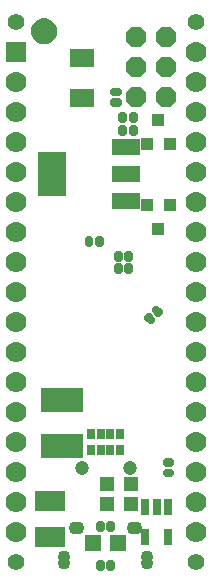
<source format=gbr>
G04 EAGLE Gerber RS-274X export*
G75*
%MOMM*%
%FSLAX34Y34*%
%LPD*%
%INSoldermask Bottom*%
%IPPOS*%
%AMOC8*
5,1,8,0,0,1.08239X$1,22.5*%
G01*
%ADD10C,1.403200*%
%ADD11C,0.661416*%
%ADD12C,1.103200*%
%ADD13P,1.897646X8X112.500000*%
%ADD14C,1.200000*%
%ADD15C,1.219200*%
%ADD16R,0.703200X0.853200*%
%ADD17R,1.203200X1.203200*%
%ADD18R,2.438400X1.422400*%
%ADD19R,2.403200X3.803200*%
%ADD20R,0.753200X1.403200*%
%ADD21R,1.403200X1.403200*%
%ADD22R,0.990600X1.092200*%
%ADD23R,2.003200X1.603200*%
%ADD24R,3.603200X2.103200*%
%ADD25R,2.603200X1.803200*%
%ADD26R,1.778000X1.778000*%
%ADD27C,1.778000*%
%ADD28C,1.203200*%


D10*
X12700Y12700D03*
X165100Y12700D03*
X12700Y469900D03*
X165100Y469900D03*
D11*
X140721Y97404D02*
X140721Y96906D01*
X140721Y97404D02*
X143759Y97404D01*
X143759Y96906D01*
X140721Y96906D01*
X140721Y88514D02*
X140721Y88016D01*
X140721Y88514D02*
X143759Y88514D01*
X143759Y88016D01*
X140721Y88016D01*
X96271Y410596D02*
X96271Y411094D01*
X99309Y411094D01*
X99309Y410596D01*
X96271Y410596D01*
X96271Y402204D02*
X96271Y401706D01*
X96271Y402204D02*
X99309Y402204D01*
X99309Y401706D01*
X96271Y401706D01*
X93594Y11679D02*
X93096Y11679D01*
X93594Y11679D02*
X93594Y8641D01*
X93096Y8641D01*
X93096Y11679D01*
X84704Y11679D02*
X84206Y11679D01*
X84704Y11679D02*
X84704Y8641D01*
X84206Y8641D01*
X84206Y11679D01*
X108336Y273299D02*
X108834Y273299D01*
X108834Y270261D01*
X108336Y270261D01*
X108336Y273299D01*
X99944Y273299D02*
X99446Y273299D01*
X99944Y273299D02*
X99944Y270261D01*
X99446Y270261D01*
X99446Y273299D01*
D12*
X53848Y17018D03*
X53848Y11938D03*
X123952Y17018D03*
X123952Y11938D03*
X62738Y41402D03*
X65278Y41402D03*
X112522Y41402D03*
X115062Y41402D03*
D13*
X139700Y406400D03*
X114300Y406400D03*
X139700Y431800D03*
X114300Y431800D03*
X139700Y457200D03*
X114300Y457200D03*
D14*
X31830Y462280D02*
X31832Y462421D01*
X31838Y462562D01*
X31848Y462702D01*
X31862Y462842D01*
X31880Y462982D01*
X31901Y463121D01*
X31927Y463260D01*
X31956Y463398D01*
X31990Y463534D01*
X32027Y463670D01*
X32068Y463805D01*
X32113Y463939D01*
X32162Y464071D01*
X32214Y464202D01*
X32270Y464331D01*
X32330Y464458D01*
X32393Y464584D01*
X32459Y464708D01*
X32530Y464831D01*
X32603Y464951D01*
X32680Y465069D01*
X32760Y465185D01*
X32844Y465298D01*
X32930Y465409D01*
X33020Y465518D01*
X33113Y465624D01*
X33208Y465727D01*
X33307Y465828D01*
X33408Y465926D01*
X33512Y466021D01*
X33619Y466113D01*
X33728Y466202D01*
X33840Y466287D01*
X33954Y466370D01*
X34070Y466450D01*
X34189Y466526D01*
X34310Y466598D01*
X34432Y466668D01*
X34557Y466733D01*
X34683Y466796D01*
X34811Y466854D01*
X34941Y466909D01*
X35072Y466961D01*
X35205Y467008D01*
X35339Y467052D01*
X35474Y467093D01*
X35610Y467129D01*
X35747Y467161D01*
X35885Y467190D01*
X36023Y467215D01*
X36163Y467235D01*
X36303Y467252D01*
X36443Y467265D01*
X36584Y467274D01*
X36724Y467279D01*
X36865Y467280D01*
X37006Y467277D01*
X37147Y467270D01*
X37287Y467259D01*
X37427Y467244D01*
X37567Y467225D01*
X37706Y467203D01*
X37844Y467176D01*
X37982Y467146D01*
X38118Y467111D01*
X38254Y467073D01*
X38388Y467031D01*
X38522Y466985D01*
X38654Y466936D01*
X38784Y466882D01*
X38913Y466825D01*
X39040Y466765D01*
X39166Y466701D01*
X39289Y466633D01*
X39411Y466562D01*
X39531Y466488D01*
X39648Y466410D01*
X39763Y466329D01*
X39876Y466245D01*
X39987Y466158D01*
X40095Y466067D01*
X40200Y465974D01*
X40303Y465877D01*
X40403Y465778D01*
X40500Y465676D01*
X40594Y465571D01*
X40685Y465464D01*
X40773Y465354D01*
X40858Y465242D01*
X40940Y465127D01*
X41019Y465010D01*
X41094Y464891D01*
X41166Y464770D01*
X41234Y464647D01*
X41299Y464522D01*
X41361Y464395D01*
X41418Y464266D01*
X41473Y464136D01*
X41523Y464005D01*
X41570Y463872D01*
X41613Y463738D01*
X41652Y463602D01*
X41687Y463466D01*
X41719Y463329D01*
X41746Y463191D01*
X41770Y463052D01*
X41790Y462912D01*
X41806Y462772D01*
X41818Y462632D01*
X41826Y462491D01*
X41830Y462350D01*
X41830Y462210D01*
X41826Y462069D01*
X41818Y461928D01*
X41806Y461788D01*
X41790Y461648D01*
X41770Y461508D01*
X41746Y461369D01*
X41719Y461231D01*
X41687Y461094D01*
X41652Y460958D01*
X41613Y460822D01*
X41570Y460688D01*
X41523Y460555D01*
X41473Y460424D01*
X41418Y460294D01*
X41361Y460165D01*
X41299Y460038D01*
X41234Y459913D01*
X41166Y459790D01*
X41094Y459669D01*
X41019Y459550D01*
X40940Y459433D01*
X40858Y459318D01*
X40773Y459206D01*
X40685Y459096D01*
X40594Y458989D01*
X40500Y458884D01*
X40403Y458782D01*
X40303Y458683D01*
X40200Y458586D01*
X40095Y458493D01*
X39987Y458402D01*
X39876Y458315D01*
X39763Y458231D01*
X39648Y458150D01*
X39531Y458072D01*
X39411Y457998D01*
X39289Y457927D01*
X39166Y457859D01*
X39040Y457795D01*
X38913Y457735D01*
X38784Y457678D01*
X38654Y457624D01*
X38522Y457575D01*
X38388Y457529D01*
X38254Y457487D01*
X38118Y457449D01*
X37982Y457414D01*
X37844Y457384D01*
X37706Y457357D01*
X37567Y457335D01*
X37427Y457316D01*
X37287Y457301D01*
X37147Y457290D01*
X37006Y457283D01*
X36865Y457280D01*
X36724Y457281D01*
X36584Y457286D01*
X36443Y457295D01*
X36303Y457308D01*
X36163Y457325D01*
X36023Y457345D01*
X35885Y457370D01*
X35747Y457399D01*
X35610Y457431D01*
X35474Y457467D01*
X35339Y457508D01*
X35205Y457552D01*
X35072Y457599D01*
X34941Y457651D01*
X34811Y457706D01*
X34683Y457764D01*
X34557Y457827D01*
X34432Y457892D01*
X34310Y457962D01*
X34189Y458034D01*
X34070Y458110D01*
X33954Y458190D01*
X33840Y458273D01*
X33728Y458358D01*
X33619Y458447D01*
X33512Y458539D01*
X33408Y458634D01*
X33307Y458732D01*
X33208Y458833D01*
X33113Y458936D01*
X33020Y459042D01*
X32930Y459151D01*
X32844Y459262D01*
X32760Y459375D01*
X32680Y459491D01*
X32603Y459609D01*
X32530Y459729D01*
X32459Y459852D01*
X32393Y459976D01*
X32330Y460102D01*
X32270Y460229D01*
X32214Y460358D01*
X32162Y460489D01*
X32113Y460621D01*
X32068Y460755D01*
X32027Y460890D01*
X31990Y461026D01*
X31956Y461162D01*
X31927Y461300D01*
X31901Y461439D01*
X31880Y461578D01*
X31862Y461718D01*
X31848Y461858D01*
X31838Y461998D01*
X31832Y462139D01*
X31830Y462280D01*
D15*
X36830Y462280D03*
D16*
X76900Y121050D03*
X84900Y121050D03*
X92900Y121050D03*
X100900Y121050D03*
X100900Y107550D03*
X92900Y107550D03*
X84900Y107550D03*
X76900Y107550D03*
D17*
X90330Y78740D03*
X110330Y78740D03*
X90330Y62230D03*
X110330Y62230D03*
D18*
X105918Y364744D03*
X105918Y341630D03*
X105918Y318516D03*
D19*
X43940Y341630D03*
D11*
X112146Y379979D02*
X112644Y379979D01*
X112644Y376941D01*
X112146Y376941D01*
X112146Y379979D01*
X103754Y379979D02*
X103256Y379979D01*
X103754Y379979D02*
X103754Y376941D01*
X103256Y376941D01*
X103256Y379979D01*
X75179Y282961D02*
X74681Y282961D01*
X74681Y285999D01*
X75179Y285999D01*
X75179Y282961D01*
X83571Y282961D02*
X84069Y282961D01*
X83571Y282961D02*
X83571Y285999D01*
X84069Y285999D01*
X84069Y282961D01*
X131785Y226643D02*
X131433Y226291D01*
X131785Y226643D02*
X133933Y224495D01*
X133581Y224143D01*
X131433Y226291D01*
X125499Y220357D02*
X125147Y220005D01*
X125499Y220357D02*
X127647Y218209D01*
X127295Y217857D01*
X125147Y220005D01*
D20*
X122580Y59990D03*
X132080Y59990D03*
X141580Y59990D03*
X141580Y33990D03*
X122580Y33990D03*
D21*
X78400Y29210D03*
X99400Y29210D03*
D22*
X124079Y314960D03*
X143383Y314960D03*
X133731Y294640D03*
D11*
X93594Y44699D02*
X93096Y44699D01*
X93594Y44699D02*
X93594Y41661D01*
X93096Y41661D01*
X93096Y44699D01*
X84704Y44699D02*
X84206Y44699D01*
X84704Y44699D02*
X84704Y41661D01*
X84206Y41661D01*
X84206Y44699D01*
D23*
X68580Y405910D03*
X68580Y439910D03*
D11*
X103256Y387863D02*
X103754Y387863D01*
X103256Y387863D02*
X103256Y390901D01*
X103754Y390901D01*
X103754Y387863D01*
X112146Y387863D02*
X112644Y387863D01*
X112146Y387863D02*
X112146Y390901D01*
X112644Y390901D01*
X112644Y387863D01*
D24*
X52070Y111310D03*
X52070Y150310D03*
D25*
X41910Y64530D03*
X41910Y34530D03*
D26*
X12700Y444500D03*
D27*
X12700Y419100D03*
X12700Y393700D03*
X12700Y368300D03*
X12700Y342900D03*
X12700Y317500D03*
X12700Y292100D03*
X12700Y266700D03*
X12700Y241300D03*
X12700Y215900D03*
X12700Y190500D03*
X12700Y165100D03*
X12700Y139700D03*
X12700Y114300D03*
X12700Y88900D03*
X12700Y63500D03*
X12700Y38100D03*
X165100Y444500D03*
X165100Y419100D03*
X165100Y393700D03*
X165100Y368300D03*
X165100Y342900D03*
X165100Y317500D03*
X165100Y292100D03*
X165100Y266700D03*
X165100Y241300D03*
X165100Y215900D03*
X165100Y190500D03*
X165100Y165100D03*
X165100Y139700D03*
X165100Y114300D03*
X165100Y88900D03*
X165100Y63500D03*
X165100Y38100D03*
D22*
X143256Y367030D03*
X123952Y367030D03*
X133604Y387350D03*
D11*
X99944Y260101D02*
X99446Y260101D01*
X99446Y263139D01*
X99944Y263139D01*
X99944Y260101D01*
X108336Y260101D02*
X108834Y260101D01*
X108336Y260101D02*
X108336Y263139D01*
X108834Y263139D01*
X108834Y260101D01*
D28*
X109220Y92710D03*
X68580Y92710D03*
M02*

</source>
